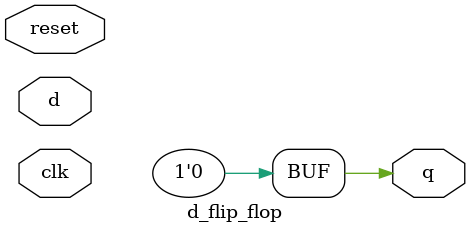
<source format=v>
module d_flip_flop(q,d,clk,reset);
    output reg q=1'b0;
    input reset;
    always@(reset) begin
        q=0;
    end
    input d,clk;
        always @(posedge clk) begin
            q=d;
        end
endmodule

</source>
